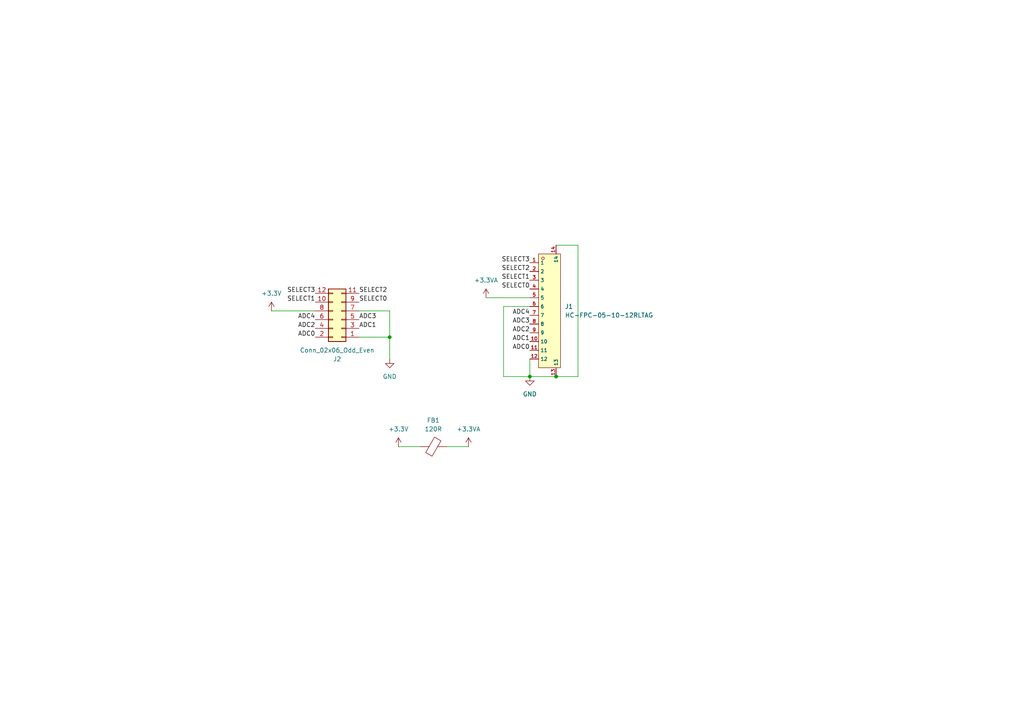
<source format=kicad_sch>
(kicad_sch
	(version 20231120)
	(generator "eeschema")
	(generator_version "8.0")
	(uuid "5f4775c8-de94-48c6-9835-346340e6b326")
	(paper "A4")
	(lib_symbols
		(symbol "Connector_Generic:Conn_02x06_Odd_Even"
			(pin_names
				(offset 1.016) hide)
			(exclude_from_sim no)
			(in_bom yes)
			(on_board yes)
			(property "Reference" "J"
				(at 1.27 7.62 0)
				(effects
					(font
						(size 1.27 1.27)
					)
				)
			)
			(property "Value" "Conn_02x06_Odd_Even"
				(at 1.27 -10.16 0)
				(effects
					(font
						(size 1.27 1.27)
					)
				)
			)
			(property "Footprint" ""
				(at 0 0 0)
				(effects
					(font
						(size 1.27 1.27)
					)
					(hide yes)
				)
			)
			(property "Datasheet" "~"
				(at 0 0 0)
				(effects
					(font
						(size 1.27 1.27)
					)
					(hide yes)
				)
			)
			(property "Description" "Generic connector, double row, 02x06, odd/even pin numbering scheme (row 1 odd numbers, row 2 even numbers), script generated (kicad-library-utils/schlib/autogen/connector/)"
				(at 0 0 0)
				(effects
					(font
						(size 1.27 1.27)
					)
					(hide yes)
				)
			)
			(property "ki_keywords" "connector"
				(at 0 0 0)
				(effects
					(font
						(size 1.27 1.27)
					)
					(hide yes)
				)
			)
			(property "ki_fp_filters" "Connector*:*_2x??_*"
				(at 0 0 0)
				(effects
					(font
						(size 1.27 1.27)
					)
					(hide yes)
				)
			)
			(symbol "Conn_02x06_Odd_Even_1_1"
				(rectangle
					(start -1.27 -7.493)
					(end 0 -7.747)
					(stroke
						(width 0.1524)
						(type default)
					)
					(fill
						(type none)
					)
				)
				(rectangle
					(start -1.27 -4.953)
					(end 0 -5.207)
					(stroke
						(width 0.1524)
						(type default)
					)
					(fill
						(type none)
					)
				)
				(rectangle
					(start -1.27 -2.413)
					(end 0 -2.667)
					(stroke
						(width 0.1524)
						(type default)
					)
					(fill
						(type none)
					)
				)
				(rectangle
					(start -1.27 0.127)
					(end 0 -0.127)
					(stroke
						(width 0.1524)
						(type default)
					)
					(fill
						(type none)
					)
				)
				(rectangle
					(start -1.27 2.667)
					(end 0 2.413)
					(stroke
						(width 0.1524)
						(type default)
					)
					(fill
						(type none)
					)
				)
				(rectangle
					(start -1.27 5.207)
					(end 0 4.953)
					(stroke
						(width 0.1524)
						(type default)
					)
					(fill
						(type none)
					)
				)
				(rectangle
					(start -1.27 6.35)
					(end 3.81 -8.89)
					(stroke
						(width 0.254)
						(type default)
					)
					(fill
						(type background)
					)
				)
				(rectangle
					(start 3.81 -7.493)
					(end 2.54 -7.747)
					(stroke
						(width 0.1524)
						(type default)
					)
					(fill
						(type none)
					)
				)
				(rectangle
					(start 3.81 -4.953)
					(end 2.54 -5.207)
					(stroke
						(width 0.1524)
						(type default)
					)
					(fill
						(type none)
					)
				)
				(rectangle
					(start 3.81 -2.413)
					(end 2.54 -2.667)
					(stroke
						(width 0.1524)
						(type default)
					)
					(fill
						(type none)
					)
				)
				(rectangle
					(start 3.81 0.127)
					(end 2.54 -0.127)
					(stroke
						(width 0.1524)
						(type default)
					)
					(fill
						(type none)
					)
				)
				(rectangle
					(start 3.81 2.667)
					(end 2.54 2.413)
					(stroke
						(width 0.1524)
						(type default)
					)
					(fill
						(type none)
					)
				)
				(rectangle
					(start 3.81 5.207)
					(end 2.54 4.953)
					(stroke
						(width 0.1524)
						(type default)
					)
					(fill
						(type none)
					)
				)
				(pin passive line
					(at -5.08 5.08 0)
					(length 3.81)
					(name "Pin_1"
						(effects
							(font
								(size 1.27 1.27)
							)
						)
					)
					(number "1"
						(effects
							(font
								(size 1.27 1.27)
							)
						)
					)
				)
				(pin passive line
					(at 7.62 -5.08 180)
					(length 3.81)
					(name "Pin_10"
						(effects
							(font
								(size 1.27 1.27)
							)
						)
					)
					(number "10"
						(effects
							(font
								(size 1.27 1.27)
							)
						)
					)
				)
				(pin passive line
					(at -5.08 -7.62 0)
					(length 3.81)
					(name "Pin_11"
						(effects
							(font
								(size 1.27 1.27)
							)
						)
					)
					(number "11"
						(effects
							(font
								(size 1.27 1.27)
							)
						)
					)
				)
				(pin passive line
					(at 7.62 -7.62 180)
					(length 3.81)
					(name "Pin_12"
						(effects
							(font
								(size 1.27 1.27)
							)
						)
					)
					(number "12"
						(effects
							(font
								(size 1.27 1.27)
							)
						)
					)
				)
				(pin passive line
					(at 7.62 5.08 180)
					(length 3.81)
					(name "Pin_2"
						(effects
							(font
								(size 1.27 1.27)
							)
						)
					)
					(number "2"
						(effects
							(font
								(size 1.27 1.27)
							)
						)
					)
				)
				(pin passive line
					(at -5.08 2.54 0)
					(length 3.81)
					(name "Pin_3"
						(effects
							(font
								(size 1.27 1.27)
							)
						)
					)
					(number "3"
						(effects
							(font
								(size 1.27 1.27)
							)
						)
					)
				)
				(pin passive line
					(at 7.62 2.54 180)
					(length 3.81)
					(name "Pin_4"
						(effects
							(font
								(size 1.27 1.27)
							)
						)
					)
					(number "4"
						(effects
							(font
								(size 1.27 1.27)
							)
						)
					)
				)
				(pin passive line
					(at -5.08 0 0)
					(length 3.81)
					(name "Pin_5"
						(effects
							(font
								(size 1.27 1.27)
							)
						)
					)
					(number "5"
						(effects
							(font
								(size 1.27 1.27)
							)
						)
					)
				)
				(pin passive line
					(at 7.62 0 180)
					(length 3.81)
					(name "Pin_6"
						(effects
							(font
								(size 1.27 1.27)
							)
						)
					)
					(number "6"
						(effects
							(font
								(size 1.27 1.27)
							)
						)
					)
				)
				(pin passive line
					(at -5.08 -2.54 0)
					(length 3.81)
					(name "Pin_7"
						(effects
							(font
								(size 1.27 1.27)
							)
						)
					)
					(number "7"
						(effects
							(font
								(size 1.27 1.27)
							)
						)
					)
				)
				(pin passive line
					(at 7.62 -2.54 180)
					(length 3.81)
					(name "Pin_8"
						(effects
							(font
								(size 1.27 1.27)
							)
						)
					)
					(number "8"
						(effects
							(font
								(size 1.27 1.27)
							)
						)
					)
				)
				(pin passive line
					(at -5.08 -5.08 0)
					(length 3.81)
					(name "Pin_9"
						(effects
							(font
								(size 1.27 1.27)
							)
						)
					)
					(number "9"
						(effects
							(font
								(size 1.27 1.27)
							)
						)
					)
				)
			)
		)
		(symbol "Device:FerriteBead"
			(pin_numbers hide)
			(pin_names
				(offset 0)
			)
			(exclude_from_sim no)
			(in_bom yes)
			(on_board yes)
			(property "Reference" "FB"
				(at -3.81 0.635 90)
				(effects
					(font
						(size 1.27 1.27)
					)
				)
			)
			(property "Value" "FerriteBead"
				(at 3.81 0 90)
				(effects
					(font
						(size 1.27 1.27)
					)
				)
			)
			(property "Footprint" ""
				(at -1.778 0 90)
				(effects
					(font
						(size 1.27 1.27)
					)
					(hide yes)
				)
			)
			(property "Datasheet" "~"
				(at 0 0 0)
				(effects
					(font
						(size 1.27 1.27)
					)
					(hide yes)
				)
			)
			(property "Description" "Ferrite bead"
				(at 0 0 0)
				(effects
					(font
						(size 1.27 1.27)
					)
					(hide yes)
				)
			)
			(property "ki_keywords" "L ferrite bead inductor filter"
				(at 0 0 0)
				(effects
					(font
						(size 1.27 1.27)
					)
					(hide yes)
				)
			)
			(property "ki_fp_filters" "Inductor_* L_* *Ferrite*"
				(at 0 0 0)
				(effects
					(font
						(size 1.27 1.27)
					)
					(hide yes)
				)
			)
			(symbol "FerriteBead_0_1"
				(polyline
					(pts
						(xy 0 -1.27) (xy 0 -1.2192)
					)
					(stroke
						(width 0)
						(type default)
					)
					(fill
						(type none)
					)
				)
				(polyline
					(pts
						(xy 0 1.27) (xy 0 1.2954)
					)
					(stroke
						(width 0)
						(type default)
					)
					(fill
						(type none)
					)
				)
				(polyline
					(pts
						(xy -2.7686 0.4064) (xy -1.7018 2.2606) (xy 2.7686 -0.3048) (xy 1.6764 -2.159) (xy -2.7686 0.4064)
					)
					(stroke
						(width 0)
						(type default)
					)
					(fill
						(type none)
					)
				)
			)
			(symbol "FerriteBead_1_1"
				(pin passive line
					(at 0 3.81 270)
					(length 2.54)
					(name "~"
						(effects
							(font
								(size 1.27 1.27)
							)
						)
					)
					(number "1"
						(effects
							(font
								(size 1.27 1.27)
							)
						)
					)
				)
				(pin passive line
					(at 0 -3.81 90)
					(length 2.54)
					(name "~"
						(effects
							(font
								(size 1.27 1.27)
							)
						)
					)
					(number "2"
						(effects
							(font
								(size 1.27 1.27)
							)
						)
					)
				)
			)
		)
		(symbol "JLCPCB:HC-FPC-05-10-12RLTAG"
			(exclude_from_sim no)
			(in_bom yes)
			(on_board yes)
			(property "Reference" "U"
				(at 0 1.27 0)
				(effects
					(font
						(size 1.27 1.27)
					)
				)
			)
			(property "Value" "HC-FPC-05-10-12RLTAG"
				(at 0 -2.54 0)
				(effects
					(font
						(size 1.27 1.27)
					)
				)
			)
			(property "Footprint" "footprint:FPC-SMD_12P-P0.50_HCTL_HC-FPC-05-10-12RLTAG"
				(at 0 -10.16 0)
				(effects
					(font
						(size 1.27 1.27)
						(italic yes)
					)
					(hide yes)
				)
			)
			(property "Datasheet" "https://atta.szlcsc.com/upload/public/pdf/source/20221027/B2DE489DA152049D1F105170189CFB4E.pdf"
				(at -2.286 0.127 0)
				(effects
					(font
						(size 1.27 1.27)
					)
					(justify left)
					(hide yes)
				)
			)
			(property "Description" ""
				(at 0 0 0)
				(effects
					(font
						(size 1.27 1.27)
					)
					(hide yes)
				)
			)
			(property "LCSC" "C5213732"
				(at 0 0 0)
				(effects
					(font
						(size 1.27 1.27)
					)
					(hide yes)
				)
			)
			(property "ki_keywords" "C5213732"
				(at 0 0 0)
				(effects
					(font
						(size 1.27 1.27)
					)
					(hide yes)
				)
			)
			(symbol "HC-FPC-05-10-12RLTAG_0_1"
				(rectangle
					(start -2.54 16.51)
					(end 3.81 -16.51)
					(stroke
						(width 0)
						(type default)
					)
					(fill
						(type background)
					)
				)
				(circle
					(center -1.27 15.24)
					(radius 0.381)
					(stroke
						(width 0)
						(type default)
					)
					(fill
						(type background)
					)
				)
				(pin unspecified line
					(at -5.08 13.97 0)
					(length 2.54)
					(name "1"
						(effects
							(font
								(size 1 1)
							)
						)
					)
					(number "1"
						(effects
							(font
								(size 1 1)
							)
						)
					)
				)
				(pin unspecified line
					(at -5.08 -8.89 0)
					(length 2.54)
					(name "10"
						(effects
							(font
								(size 1 1)
							)
						)
					)
					(number "10"
						(effects
							(font
								(size 1 1)
							)
						)
					)
				)
				(pin unspecified line
					(at -5.08 -11.43 0)
					(length 2.54)
					(name "11"
						(effects
							(font
								(size 1 1)
							)
						)
					)
					(number "11"
						(effects
							(font
								(size 1 1)
							)
						)
					)
				)
				(pin unspecified line
					(at -5.08 -13.97 0)
					(length 2.54)
					(name "12"
						(effects
							(font
								(size 1 1)
							)
						)
					)
					(number "12"
						(effects
							(font
								(size 1 1)
							)
						)
					)
				)
				(pin unspecified line
					(at 2.54 -19.05 90)
					(length 2.54)
					(name "13"
						(effects
							(font
								(size 1 1)
							)
						)
					)
					(number "13"
						(effects
							(font
								(size 1 1)
							)
						)
					)
				)
				(pin unspecified line
					(at 2.54 19.05 270)
					(length 2.54)
					(name "14"
						(effects
							(font
								(size 1 1)
							)
						)
					)
					(number "14"
						(effects
							(font
								(size 1 1)
							)
						)
					)
				)
				(pin unspecified line
					(at -5.08 11.43 0)
					(length 2.54)
					(name "2"
						(effects
							(font
								(size 1 1)
							)
						)
					)
					(number "2"
						(effects
							(font
								(size 1 1)
							)
						)
					)
				)
				(pin unspecified line
					(at -5.08 8.89 0)
					(length 2.54)
					(name "3"
						(effects
							(font
								(size 1 1)
							)
						)
					)
					(number "3"
						(effects
							(font
								(size 1 1)
							)
						)
					)
				)
				(pin unspecified line
					(at -5.08 6.35 0)
					(length 2.54)
					(name "4"
						(effects
							(font
								(size 1 1)
							)
						)
					)
					(number "4"
						(effects
							(font
								(size 1 1)
							)
						)
					)
				)
				(pin unspecified line
					(at -5.08 3.81 0)
					(length 2.54)
					(name "5"
						(effects
							(font
								(size 1 1)
							)
						)
					)
					(number "5"
						(effects
							(font
								(size 1 1)
							)
						)
					)
				)
				(pin unspecified line
					(at -5.08 1.27 0)
					(length 2.54)
					(name "6"
						(effects
							(font
								(size 1 1)
							)
						)
					)
					(number "6"
						(effects
							(font
								(size 1 1)
							)
						)
					)
				)
				(pin unspecified line
					(at -5.08 -1.27 0)
					(length 2.54)
					(name "7"
						(effects
							(font
								(size 1 1)
							)
						)
					)
					(number "7"
						(effects
							(font
								(size 1 1)
							)
						)
					)
				)
				(pin unspecified line
					(at -5.08 -3.81 0)
					(length 2.54)
					(name "8"
						(effects
							(font
								(size 1 1)
							)
						)
					)
					(number "8"
						(effects
							(font
								(size 1 1)
							)
						)
					)
				)
				(pin unspecified line
					(at -5.08 -6.35 0)
					(length 2.54)
					(name "9"
						(effects
							(font
								(size 1 1)
							)
						)
					)
					(number "9"
						(effects
							(font
								(size 1 1)
							)
						)
					)
				)
			)
		)
		(symbol "power:+3.3VA"
			(power)
			(pin_numbers hide)
			(pin_names
				(offset 0) hide)
			(exclude_from_sim no)
			(in_bom yes)
			(on_board yes)
			(property "Reference" "#PWR"
				(at 0 -3.81 0)
				(effects
					(font
						(size 1.27 1.27)
					)
					(hide yes)
				)
			)
			(property "Value" "+3.3VA"
				(at 0 3.556 0)
				(effects
					(font
						(size 1.27 1.27)
					)
				)
			)
			(property "Footprint" ""
				(at 0 0 0)
				(effects
					(font
						(size 1.27 1.27)
					)
					(hide yes)
				)
			)
			(property "Datasheet" ""
				(at 0 0 0)
				(effects
					(font
						(size 1.27 1.27)
					)
					(hide yes)
				)
			)
			(property "Description" "Power symbol creates a global label with name \"+3.3VA\""
				(at 0 0 0)
				(effects
					(font
						(size 1.27 1.27)
					)
					(hide yes)
				)
			)
			(property "ki_keywords" "global power"
				(at 0 0 0)
				(effects
					(font
						(size 1.27 1.27)
					)
					(hide yes)
				)
			)
			(symbol "+3.3VA_0_1"
				(polyline
					(pts
						(xy -0.762 1.27) (xy 0 2.54)
					)
					(stroke
						(width 0)
						(type default)
					)
					(fill
						(type none)
					)
				)
				(polyline
					(pts
						(xy 0 0) (xy 0 2.54)
					)
					(stroke
						(width 0)
						(type default)
					)
					(fill
						(type none)
					)
				)
				(polyline
					(pts
						(xy 0 2.54) (xy 0.762 1.27)
					)
					(stroke
						(width 0)
						(type default)
					)
					(fill
						(type none)
					)
				)
			)
			(symbol "+3.3VA_1_1"
				(pin power_in line
					(at 0 0 90)
					(length 0)
					(name "~"
						(effects
							(font
								(size 1.27 1.27)
							)
						)
					)
					(number "1"
						(effects
							(font
								(size 1.27 1.27)
							)
						)
					)
				)
			)
		)
		(symbol "power:GND"
			(power)
			(pin_numbers hide)
			(pin_names
				(offset 0) hide)
			(exclude_from_sim no)
			(in_bom yes)
			(on_board yes)
			(property "Reference" "#PWR"
				(at 0 -6.35 0)
				(effects
					(font
						(size 1.27 1.27)
					)
					(hide yes)
				)
			)
			(property "Value" "GND"
				(at 0 -3.81 0)
				(effects
					(font
						(size 1.27 1.27)
					)
				)
			)
			(property "Footprint" ""
				(at 0 0 0)
				(effects
					(font
						(size 1.27 1.27)
					)
					(hide yes)
				)
			)
			(property "Datasheet" ""
				(at 0 0 0)
				(effects
					(font
						(size 1.27 1.27)
					)
					(hide yes)
				)
			)
			(property "Description" "Power symbol creates a global label with name \"GND\" , ground"
				(at 0 0 0)
				(effects
					(font
						(size 1.27 1.27)
					)
					(hide yes)
				)
			)
			(property "ki_keywords" "global power"
				(at 0 0 0)
				(effects
					(font
						(size 1.27 1.27)
					)
					(hide yes)
				)
			)
			(symbol "GND_0_1"
				(polyline
					(pts
						(xy 0 0) (xy 0 -1.27) (xy 1.27 -1.27) (xy 0 -2.54) (xy -1.27 -1.27) (xy 0 -1.27)
					)
					(stroke
						(width 0)
						(type default)
					)
					(fill
						(type none)
					)
				)
			)
			(symbol "GND_1_1"
				(pin power_in line
					(at 0 0 270)
					(length 0)
					(name "~"
						(effects
							(font
								(size 1.27 1.27)
							)
						)
					)
					(number "1"
						(effects
							(font
								(size 1.27 1.27)
							)
						)
					)
				)
			)
		)
	)
	(junction
		(at 113.03 97.79)
		(diameter 0)
		(color 0 0 0 0)
		(uuid "5c7f2b28-fec7-442d-83fa-ff45b988c9db")
	)
	(junction
		(at 161.29 109.22)
		(diameter 0)
		(color 0 0 0 0)
		(uuid "885c737e-1028-4a0b-b633-41ba62230d64")
	)
	(junction
		(at 153.67 109.22)
		(diameter 0)
		(color 0 0 0 0)
		(uuid "ce59de5f-31a7-4ff8-af3f-5227d91740f0")
	)
	(wire
		(pts
			(xy 113.03 104.14) (xy 113.03 97.79)
		)
		(stroke
			(width 0)
			(type default)
		)
		(uuid "07e8860b-49bf-4482-8a88-1fbe04835732")
	)
	(wire
		(pts
			(xy 115.57 129.54) (xy 121.92 129.54)
		)
		(stroke
			(width 0)
			(type default)
		)
		(uuid "1a4cfc47-d875-4eb1-9954-510603bf287f")
	)
	(wire
		(pts
			(xy 104.14 90.17) (xy 113.03 90.17)
		)
		(stroke
			(width 0)
			(type default)
		)
		(uuid "1f247e63-95fc-4032-a852-f2f8cdbe00a9")
	)
	(wire
		(pts
			(xy 113.03 97.79) (xy 104.14 97.79)
		)
		(stroke
			(width 0)
			(type default)
		)
		(uuid "24caa13d-0629-4598-8d5f-5f49f07f1d95")
	)
	(wire
		(pts
			(xy 153.67 86.36) (xy 140.97 86.36)
		)
		(stroke
			(width 0)
			(type default)
		)
		(uuid "45beff73-1b4a-40f9-8544-1c26250db311")
	)
	(wire
		(pts
			(xy 78.74 90.17) (xy 91.44 90.17)
		)
		(stroke
			(width 0)
			(type default)
		)
		(uuid "4736aba0-c5b2-45b2-81cf-fe577b22a710")
	)
	(wire
		(pts
			(xy 167.64 71.12) (xy 161.29 71.12)
		)
		(stroke
			(width 0)
			(type default)
		)
		(uuid "802fdb2e-076d-45c4-9217-6ace5cd1396f")
	)
	(wire
		(pts
			(xy 153.67 109.22) (xy 161.29 109.22)
		)
		(stroke
			(width 0)
			(type default)
		)
		(uuid "96fbfd2c-f666-4179-8584-d34261c8485f")
	)
	(wire
		(pts
			(xy 146.05 88.9) (xy 146.05 109.22)
		)
		(stroke
			(width 0)
			(type default)
		)
		(uuid "97cd5b22-a7e9-4c46-884f-96329d162110")
	)
	(wire
		(pts
			(xy 153.67 109.22) (xy 146.05 109.22)
		)
		(stroke
			(width 0)
			(type default)
		)
		(uuid "a17e3cda-1d22-4e60-b02b-e5a4c288c19f")
	)
	(wire
		(pts
			(xy 113.03 90.17) (xy 113.03 97.79)
		)
		(stroke
			(width 0)
			(type default)
		)
		(uuid "a3bc989e-421c-40f7-bedd-e875414def27")
	)
	(wire
		(pts
			(xy 167.64 109.22) (xy 161.29 109.22)
		)
		(stroke
			(width 0)
			(type default)
		)
		(uuid "b858ce63-71b3-4f46-9e08-1659bba99bc2")
	)
	(wire
		(pts
			(xy 167.64 71.12) (xy 167.64 109.22)
		)
		(stroke
			(width 0)
			(type default)
		)
		(uuid "c5a538f3-e194-4328-8c6c-3ed5b87becbe")
	)
	(wire
		(pts
			(xy 135.89 129.54) (xy 129.54 129.54)
		)
		(stroke
			(width 0)
			(type default)
		)
		(uuid "d144c46a-080b-40c7-a5ad-a01092edd331")
	)
	(wire
		(pts
			(xy 153.67 104.14) (xy 153.67 109.22)
		)
		(stroke
			(width 0)
			(type default)
		)
		(uuid "eb966eac-5f27-4883-8254-75c202eb23e7")
	)
	(wire
		(pts
			(xy 153.67 88.9) (xy 146.05 88.9)
		)
		(stroke
			(width 0)
			(type default)
		)
		(uuid "fdfc10c5-20f5-4156-abc1-7bc1cdd0430e")
	)
	(label "ADC3"
		(at 153.67 93.98 180)
		(fields_autoplaced yes)
		(effects
			(font
				(size 1.27 1.27)
			)
			(justify right bottom)
		)
		(uuid "03800aeb-8590-4a59-980a-069a9b1d76e4")
	)
	(label "ADC1"
		(at 153.67 99.06 180)
		(fields_autoplaced yes)
		(effects
			(font
				(size 1.27 1.27)
			)
			(justify right bottom)
		)
		(uuid "0ee21e33-5dff-4bfb-be05-6a533545b614")
	)
	(label "SELECT2"
		(at 153.67 78.74 180)
		(fields_autoplaced yes)
		(effects
			(font
				(size 1.27 1.27)
			)
			(justify right bottom)
		)
		(uuid "10b6cc4c-7a1d-42e9-9e81-addbb29f845e")
	)
	(label "ADC2"
		(at 153.67 96.52 180)
		(fields_autoplaced yes)
		(effects
			(font
				(size 1.27 1.27)
			)
			(justify right bottom)
		)
		(uuid "12c2304a-519b-4844-a0a0-ca39d2c0b0fe")
	)
	(label "SELECT1"
		(at 91.44 87.63 180)
		(fields_autoplaced yes)
		(effects
			(font
				(size 1.27 1.27)
			)
			(justify right bottom)
		)
		(uuid "19517258-1226-4268-8e24-1ed3b327793d")
	)
	(label "ADC1"
		(at 104.14 95.25 0)
		(fields_autoplaced yes)
		(effects
			(font
				(size 1.27 1.27)
			)
			(justify left bottom)
		)
		(uuid "278989b4-fd71-44ec-95c2-ae7e24a7de6a")
	)
	(label "ADC2"
		(at 91.44 95.25 180)
		(fields_autoplaced yes)
		(effects
			(font
				(size 1.27 1.27)
			)
			(justify right bottom)
		)
		(uuid "328c7e36-f7d9-404e-ba2e-4c37f5030345")
	)
	(label "ADC4"
		(at 153.67 91.44 180)
		(fields_autoplaced yes)
		(effects
			(font
				(size 1.27 1.27)
			)
			(justify right bottom)
		)
		(uuid "8ae27147-c3e3-4d4e-a369-76132b48ee06")
	)
	(label "SELECT1"
		(at 153.67 81.28 180)
		(fields_autoplaced yes)
		(effects
			(font
				(size 1.27 1.27)
			)
			(justify right bottom)
		)
		(uuid "9319f556-e5b4-4618-b078-e21d828bfd89")
	)
	(label "SELECT0"
		(at 153.67 83.82 180)
		(fields_autoplaced yes)
		(effects
			(font
				(size 1.27 1.27)
			)
			(justify right bottom)
		)
		(uuid "9ee0de15-4e55-4084-885e-099fe9c1c0cb")
	)
	(label "ADC0"
		(at 91.44 97.79 180)
		(fields_autoplaced yes)
		(effects
			(font
				(size 1.27 1.27)
			)
			(justify right bottom)
		)
		(uuid "aa4b630d-68ae-4022-ae4c-4dfd53f01b60")
	)
	(label "ADC3"
		(at 104.14 92.71 0)
		(fields_autoplaced yes)
		(effects
			(font
				(size 1.27 1.27)
			)
			(justify left bottom)
		)
		(uuid "bbafe978-8c06-49ba-bd30-8c49e372466d")
	)
	(label "SELECT3"
		(at 153.67 76.2 180)
		(fields_autoplaced yes)
		(effects
			(font
				(size 1.27 1.27)
			)
			(justify right bottom)
		)
		(uuid "c1434836-176f-4012-8c4a-a9208d563ce1")
	)
	(label "ADC4"
		(at 91.44 92.71 180)
		(fields_autoplaced yes)
		(effects
			(font
				(size 1.27 1.27)
			)
			(justify right bottom)
		)
		(uuid "d0adf14f-d1ed-415e-8117-2d5a96100e76")
	)
	(label "SELECT3"
		(at 91.44 85.09 180)
		(fields_autoplaced yes)
		(effects
			(font
				(size 1.27 1.27)
			)
			(justify right bottom)
		)
		(uuid "e6bfad8a-e465-4abd-add8-e43f20104793")
	)
	(label "SELECT2"
		(at 104.14 85.09 0)
		(fields_autoplaced yes)
		(effects
			(font
				(size 1.27 1.27)
			)
			(justify left bottom)
		)
		(uuid "e6e1784f-d0ea-4f6b-b565-2a7e2c30d236")
	)
	(label "ADC0"
		(at 153.67 101.6 180)
		(fields_autoplaced yes)
		(effects
			(font
				(size 1.27 1.27)
			)
			(justify right bottom)
		)
		(uuid "f6695d4e-a361-42c8-baa3-d2566a87f3e6")
	)
	(label "SELECT0"
		(at 104.14 87.63 0)
		(fields_autoplaced yes)
		(effects
			(font
				(size 1.27 1.27)
			)
			(justify left bottom)
		)
		(uuid "fca94605-b9b9-4f10-9451-2231df7d6e36")
	)
	(symbol
		(lib_id "Connector_Generic:Conn_02x06_Odd_Even")
		(at 99.06 92.71 180)
		(unit 1)
		(exclude_from_sim no)
		(in_bom yes)
		(on_board yes)
		(dnp no)
		(fields_autoplaced yes)
		(uuid "16eff7b3-a264-4013-ad82-bb6fe991ff85")
		(property "Reference" "J2"
			(at 97.79 104.14 0)
			(effects
				(font
					(size 1.27 1.27)
				)
			)
		)
		(property "Value" "Conn_02x06_Odd_Even"
			(at 97.79 101.6 0)
			(effects
				(font
					(size 1.27 1.27)
				)
			)
		)
		(property "Footprint" "Connector_PinHeader_2.54mm:PinHeader_2x06_P2.54mm_Horizontal"
			(at 99.06 92.71 0)
			(effects
				(font
					(size 1.27 1.27)
				)
				(hide yes)
			)
		)
		(property "Datasheet" "~"
			(at 99.06 92.71 0)
			(effects
				(font
					(size 1.27 1.27)
				)
				(hide yes)
			)
		)
		(property "Description" "Generic connector, double row, 02x06, odd/even pin numbering scheme (row 1 odd numbers, row 2 even numbers), script generated (kicad-library-utils/schlib/autogen/connector/)"
			(at 99.06 92.71 0)
			(effects
				(font
					(size 1.27 1.27)
				)
				(hide yes)
			)
		)
		(pin "1"
			(uuid "1755d2a3-dc86-4fbb-abf3-11dcd821db16")
		)
		(pin "4"
			(uuid "4f2db30b-a206-46f2-8d99-491b5a1ec328")
		)
		(pin "6"
			(uuid "cf549478-144e-41b0-9113-17365c39e884")
		)
		(pin "7"
			(uuid "68d041e3-b91c-4e21-9f57-6bda1848c09c")
		)
		(pin "8"
			(uuid "07517fad-62fb-4c11-9471-43818cabebab")
		)
		(pin "9"
			(uuid "6fd2d913-234f-4ff9-a3d6-a95c7ec3358e")
		)
		(pin "11"
			(uuid "aace9ad3-2eae-4a48-a9aa-2993c0f81b5f")
		)
		(pin "3"
			(uuid "6fd1d345-4178-459d-9afc-438d5bc5945c")
		)
		(pin "12"
			(uuid "f2dc4111-4292-4d61-b00a-ca84bce0d3be")
		)
		(pin "2"
			(uuid "c0738f25-aa36-4360-ad3c-398a010aa053")
		)
		(pin "10"
			(uuid "d88ec212-fd94-4ba8-98cf-4a61ca266d86")
		)
		(pin "5"
			(uuid "e7c52b95-84db-403e-a167-73395fbbeb68")
		)
		(instances
			(project ""
				(path "/5f4775c8-de94-48c6-9835-346340e6b326"
					(reference "J2")
					(unit 1)
				)
			)
		)
	)
	(symbol
		(lib_id "power:+3.3VA")
		(at 135.89 129.54 0)
		(mirror y)
		(unit 1)
		(exclude_from_sim no)
		(in_bom yes)
		(on_board yes)
		(dnp no)
		(fields_autoplaced yes)
		(uuid "191be158-a61c-45d2-972b-cf72a5a36a01")
		(property "Reference" "#PWR06"
			(at 135.89 133.35 0)
			(effects
				(font
					(size 1.27 1.27)
				)
				(hide yes)
			)
		)
		(property "Value" "+3.3VA"
			(at 135.89 124.46 0)
			(effects
				(font
					(size 1.27 1.27)
				)
			)
		)
		(property "Footprint" ""
			(at 135.89 129.54 0)
			(effects
				(font
					(size 1.27 1.27)
				)
				(hide yes)
			)
		)
		(property "Datasheet" ""
			(at 135.89 129.54 0)
			(effects
				(font
					(size 1.27 1.27)
				)
				(hide yes)
			)
		)
		(property "Description" "Power symbol creates a global label with name \"+3.3VA\""
			(at 135.89 129.54 0)
			(effects
				(font
					(size 1.27 1.27)
				)
				(hide yes)
			)
		)
		(pin "1"
			(uuid "b1ae3179-fbeb-4945-918c-010db8fe5e95")
		)
		(instances
			(project "daughter_board"
				(path "/5f4775c8-de94-48c6-9835-346340e6b326"
					(reference "#PWR06")
					(unit 1)
				)
			)
		)
	)
	(symbol
		(lib_id "power:+3.3VA")
		(at 140.97 86.36 0)
		(mirror y)
		(unit 1)
		(exclude_from_sim no)
		(in_bom yes)
		(on_board yes)
		(dnp no)
		(fields_autoplaced yes)
		(uuid "348f5f37-0035-44ad-9853-bf70622aa6fe")
		(property "Reference" "#PWR01"
			(at 140.97 90.17 0)
			(effects
				(font
					(size 1.27 1.27)
				)
				(hide yes)
			)
		)
		(property "Value" "+3.3VA"
			(at 140.97 81.28 0)
			(effects
				(font
					(size 1.27 1.27)
				)
			)
		)
		(property "Footprint" ""
			(at 140.97 86.36 0)
			(effects
				(font
					(size 1.27 1.27)
				)
				(hide yes)
			)
		)
		(property "Datasheet" ""
			(at 140.97 86.36 0)
			(effects
				(font
					(size 1.27 1.27)
				)
				(hide yes)
			)
		)
		(property "Description" "Power symbol creates a global label with name \"+3.3VA\""
			(at 140.97 86.36 0)
			(effects
				(font
					(size 1.27 1.27)
				)
				(hide yes)
			)
		)
		(pin "1"
			(uuid "7da31e5c-572b-412a-8e10-de03dd45cbfd")
		)
		(instances
			(project "daughter_board"
				(path "/5f4775c8-de94-48c6-9835-346340e6b326"
					(reference "#PWR01")
					(unit 1)
				)
			)
		)
	)
	(symbol
		(lib_id "power:+3.3VA")
		(at 115.57 129.54 0)
		(mirror y)
		(unit 1)
		(exclude_from_sim no)
		(in_bom yes)
		(on_board yes)
		(dnp no)
		(fields_autoplaced yes)
		(uuid "635621c2-e847-4352-84e5-0a6a569be345")
		(property "Reference" "#PWR05"
			(at 115.57 133.35 0)
			(effects
				(font
					(size 1.27 1.27)
				)
				(hide yes)
			)
		)
		(property "Value" "+3.3V"
			(at 115.57 124.46 0)
			(effects
				(font
					(size 1.27 1.27)
				)
			)
		)
		(property "Footprint" ""
			(at 115.57 129.54 0)
			(effects
				(font
					(size 1.27 1.27)
				)
				(hide yes)
			)
		)
		(property "Datasheet" ""
			(at 115.57 129.54 0)
			(effects
				(font
					(size 1.27 1.27)
				)
				(hide yes)
			)
		)
		(property "Description" "Power symbol creates a global label with name \"+3.3VA\""
			(at 115.57 129.54 0)
			(effects
				(font
					(size 1.27 1.27)
				)
				(hide yes)
			)
		)
		(pin "1"
			(uuid "67c03c2e-2191-4757-9b0d-25217ee7375d")
		)
		(instances
			(project "daughter_board"
				(path "/5f4775c8-de94-48c6-9835-346340e6b326"
					(reference "#PWR05")
					(unit 1)
				)
			)
		)
	)
	(symbol
		(lib_id "JLCPCB:HC-FPC-05-10-12RLTAG")
		(at 158.75 90.17 0)
		(unit 1)
		(exclude_from_sim no)
		(in_bom yes)
		(on_board yes)
		(dnp no)
		(fields_autoplaced yes)
		(uuid "6d5ec7e9-c136-466a-8d9b-0d5f45f2b16c")
		(property "Reference" "J1"
			(at 163.83 88.8999 0)
			(effects
				(font
					(size 1.27 1.27)
				)
				(justify left)
			)
		)
		(property "Value" "HC-FPC-05-10-12RLTAG"
			(at 163.83 91.4399 0)
			(effects
				(font
					(size 1.27 1.27)
				)
				(justify left)
			)
		)
		(property "Footprint" "JLCPCB:FPC-SMD_12P-P0.50_HCTL_HC-FPC-05-10-12RLTAG"
			(at 158.75 100.33 0)
			(effects
				(font
					(size 1.27 1.27)
					(italic yes)
				)
				(hide yes)
			)
		)
		(property "Datasheet" "https://atta.szlcsc.com/upload/public/pdf/source/20221027/B2DE489DA152049D1F105170189CFB4E.pdf"
			(at 156.464 90.043 0)
			(effects
				(font
					(size 1.27 1.27)
				)
				(justify left)
				(hide yes)
			)
		)
		(property "Description" ""
			(at 158.75 90.17 0)
			(effects
				(font
					(size 1.27 1.27)
				)
				(hide yes)
			)
		)
		(property "LCSC" "C5213732"
			(at 158.75 90.17 0)
			(effects
				(font
					(size 1.27 1.27)
				)
				(hide yes)
			)
		)
		(pin "7"
			(uuid "c9476139-93dd-4a8b-af97-0fbc92564d3a")
		)
		(pin "2"
			(uuid "f0f37ebb-87b6-4b1f-a5ca-5bcf6f650f82")
		)
		(pin "13"
			(uuid "010d58cf-baf1-4dec-8b14-aab8878caaa0")
		)
		(pin "14"
			(uuid "41cdd53a-4719-4ab3-8ec6-0ea051c8d9a3")
		)
		(pin "9"
			(uuid "cb943531-143f-4f65-a5bc-98a88d7ae7ca")
		)
		(pin "1"
			(uuid "355b21d9-9a9e-4514-a788-9d40a64baec6")
		)
		(pin "12"
			(uuid "54c57768-28d4-4799-b9ed-694cae462678")
		)
		(pin "10"
			(uuid "4f12f837-d5e3-4037-bb10-3e18ea72f65e")
		)
		(pin "11"
			(uuid "9a38fb7a-e4d7-44f4-a59c-cfe3b3c1121a")
		)
		(pin "6"
			(uuid "4cde675a-673c-47ad-9378-2192eff8968f")
		)
		(pin "3"
			(uuid "90e1b803-80ef-4779-9549-d831640c7e93")
		)
		(pin "4"
			(uuid "49a211c1-93b8-4ab6-8308-5e2bc53918a6")
		)
		(pin "5"
			(uuid "57e44390-dd1f-4f4e-a2e2-e754e641a3ee")
		)
		(pin "8"
			(uuid "8d7f80ee-c0ae-4920-9dc6-1d59db7a1e06")
		)
		(instances
			(project ""
				(path "/5f4775c8-de94-48c6-9835-346340e6b326"
					(reference "J1")
					(unit 1)
				)
			)
		)
	)
	(symbol
		(lib_id "power:GND")
		(at 153.67 109.22 0)
		(mirror y)
		(unit 1)
		(exclude_from_sim no)
		(in_bom yes)
		(on_board yes)
		(dnp no)
		(fields_autoplaced yes)
		(uuid "99c02c04-17b7-4ac2-a4a5-2723a5d2c581")
		(property "Reference" "#PWR02"
			(at 153.67 115.57 0)
			(effects
				(font
					(size 1.27 1.27)
				)
				(hide yes)
			)
		)
		(property "Value" "GND"
			(at 153.67 114.3 0)
			(effects
				(font
					(size 1.27 1.27)
				)
			)
		)
		(property "Footprint" ""
			(at 153.67 109.22 0)
			(effects
				(font
					(size 1.27 1.27)
				)
				(hide yes)
			)
		)
		(property "Datasheet" ""
			(at 153.67 109.22 0)
			(effects
				(font
					(size 1.27 1.27)
				)
				(hide yes)
			)
		)
		(property "Description" "Power symbol creates a global label with name \"GND\" , ground"
			(at 153.67 109.22 0)
			(effects
				(font
					(size 1.27 1.27)
				)
				(hide yes)
			)
		)
		(pin "1"
			(uuid "23beeca4-42c1-4ec1-9336-a13e16c21993")
		)
		(instances
			(project "daughter_board"
				(path "/5f4775c8-de94-48c6-9835-346340e6b326"
					(reference "#PWR02")
					(unit 1)
				)
			)
		)
	)
	(symbol
		(lib_id "power:+3.3VA")
		(at 78.74 90.17 0)
		(mirror y)
		(unit 1)
		(exclude_from_sim no)
		(in_bom yes)
		(on_board yes)
		(dnp no)
		(fields_autoplaced yes)
		(uuid "a3a6e870-a7ca-4cfc-9cdd-06ae917c399c")
		(property "Reference" "#PWR04"
			(at 78.74 93.98 0)
			(effects
				(font
					(size 1.27 1.27)
				)
				(hide yes)
			)
		)
		(property "Value" "+3.3V"
			(at 78.74 85.09 0)
			(effects
				(font
					(size 1.27 1.27)
				)
			)
		)
		(property "Footprint" ""
			(at 78.74 90.17 0)
			(effects
				(font
					(size 1.27 1.27)
				)
				(hide yes)
			)
		)
		(property "Datasheet" ""
			(at 78.74 90.17 0)
			(effects
				(font
					(size 1.27 1.27)
				)
				(hide yes)
			)
		)
		(property "Description" "Power symbol creates a global label with name \"+3.3VA\""
			(at 78.74 90.17 0)
			(effects
				(font
					(size 1.27 1.27)
				)
				(hide yes)
			)
		)
		(pin "1"
			(uuid "9c293013-036a-4a66-b516-b3b54788a1c6")
		)
		(instances
			(project "daughter_board"
				(path "/5f4775c8-de94-48c6-9835-346340e6b326"
					(reference "#PWR04")
					(unit 1)
				)
			)
		)
	)
	(symbol
		(lib_id "Device:FerriteBead")
		(at 125.73 129.54 90)
		(unit 1)
		(exclude_from_sim no)
		(in_bom yes)
		(on_board yes)
		(dnp no)
		(fields_autoplaced yes)
		(uuid "e72802a9-70d6-492c-a127-076ba02b712b")
		(property "Reference" "FB1"
			(at 125.6792 121.92 90)
			(effects
				(font
					(size 1.27 1.27)
				)
			)
		)
		(property "Value" "120R"
			(at 125.6792 124.46 90)
			(effects
				(font
					(size 1.27 1.27)
				)
			)
		)
		(property "Footprint" "Inductor_SMD:L_0603_1608Metric_Pad1.05x0.95mm_HandSolder"
			(at 125.73 131.318 90)
			(effects
				(font
					(size 1.27 1.27)
				)
				(hide yes)
			)
		)
		(property "Datasheet" "~"
			(at 125.73 129.54 0)
			(effects
				(font
					(size 1.27 1.27)
				)
				(hide yes)
			)
		)
		(property "Description" ""
			(at 125.73 129.54 0)
			(effects
				(font
					(size 1.27 1.27)
				)
				(hide yes)
			)
		)
		(property "LCSC" "C76892"
			(at 125.73 129.54 90)
			(effects
				(font
					(size 1.27 1.27)
				)
				(hide yes)
			)
		)
		(pin "1"
			(uuid "57b394e2-ffb7-4d9e-a80f-01c81d4f3c56")
		)
		(pin "2"
			(uuid "2f55fd0d-bc29-4367-8a91-16ac0df80bf2")
		)
		(instances
			(project "daughter_board"
				(path "/5f4775c8-de94-48c6-9835-346340e6b326"
					(reference "FB1")
					(unit 1)
				)
			)
		)
	)
	(symbol
		(lib_id "power:GND")
		(at 113.03 104.14 0)
		(mirror y)
		(unit 1)
		(exclude_from_sim no)
		(in_bom yes)
		(on_board yes)
		(dnp no)
		(fields_autoplaced yes)
		(uuid "f0f7cde3-f037-4852-aa39-3c89b5fa539e")
		(property "Reference" "#PWR03"
			(at 113.03 110.49 0)
			(effects
				(font
					(size 1.27 1.27)
				)
				(hide yes)
			)
		)
		(property "Value" "GND"
			(at 113.03 109.22 0)
			(effects
				(font
					(size 1.27 1.27)
				)
			)
		)
		(property "Footprint" ""
			(at 113.03 104.14 0)
			(effects
				(font
					(size 1.27 1.27)
				)
				(hide yes)
			)
		)
		(property "Datasheet" ""
			(at 113.03 104.14 0)
			(effects
				(font
					(size 1.27 1.27)
				)
				(hide yes)
			)
		)
		(property "Description" "Power symbol creates a global label with name \"GND\" , ground"
			(at 113.03 104.14 0)
			(effects
				(font
					(size 1.27 1.27)
				)
				(hide yes)
			)
		)
		(pin "1"
			(uuid "99d9a3d5-17aa-4601-80e0-ac82337947fd")
		)
		(instances
			(project "daughter_board"
				(path "/5f4775c8-de94-48c6-9835-346340e6b326"
					(reference "#PWR03")
					(unit 1)
				)
			)
		)
	)
	(sheet_instances
		(path "/"
			(page "1")
		)
	)
)

</source>
